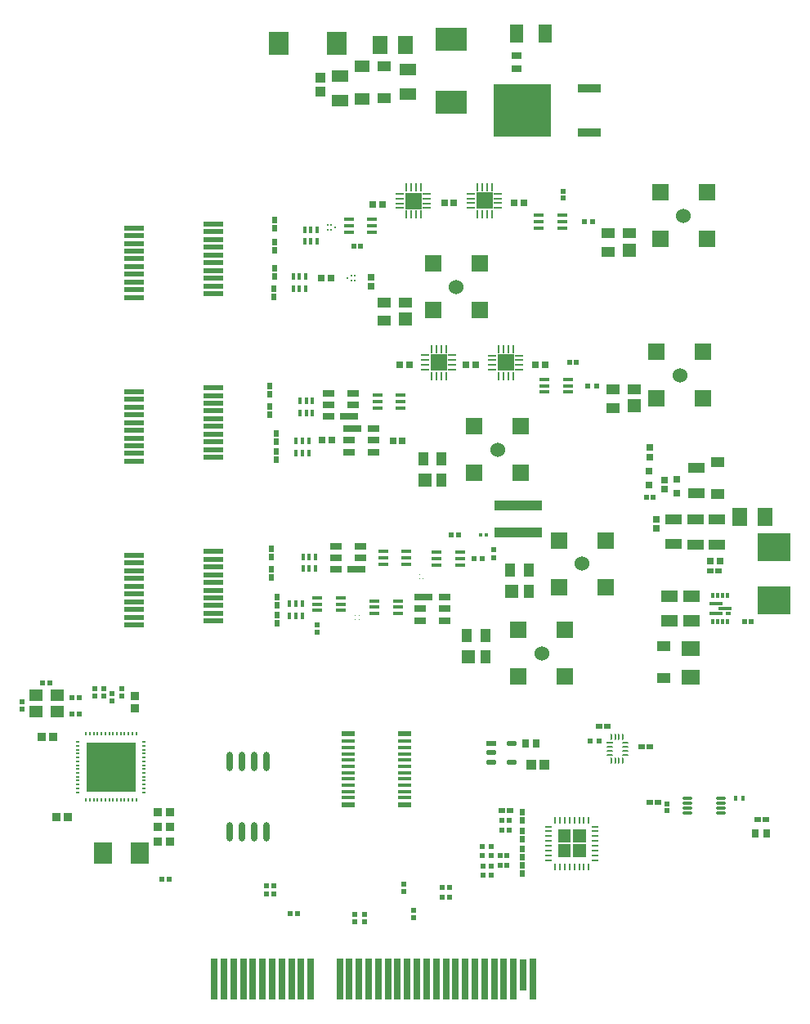
<source format=gtp>
G04*
G04 #@! TF.GenerationSoftware,Altium Limited,Altium Designer,24.4.1 (13)*
G04*
G04 Layer_Color=8421504*
%FSLAX44Y44*%
%MOMM*%
G71*
G04*
G04 #@! TF.SameCoordinates,C8449213-8EB4-48FE-A7C1-A76CF94B410D*
G04*
G04*
G04 #@! TF.FilePolarity,Positive*
G04*
G01*
G75*
%ADD14C,0.1250*%
%ADD15R,1.9558X0.7112*%
%ADD16R,1.1684X0.6858*%
%ADD17R,0.3556X0.7112*%
%ADD18O,0.5000X0.2000*%
%ADD19R,5.2000X5.2000*%
%ADD20O,0.2000X0.5000*%
%ADD21R,2.0000X0.5000*%
%ADD22R,1.3500X0.6000*%
%ADD23R,1.3500X0.4000*%
%ADD24R,0.2011X0.2773*%
%ADD25R,0.6000X0.6500*%
%ADD26R,0.6500X0.6000*%
%ADD27R,1.9062X1.5046*%
%ADD28R,1.7062X1.1046*%
%ADD29R,0.6725X0.7154*%
%ADD30R,0.5811X0.5121*%
%ADD31R,0.7000X0.7000*%
%ADD32R,1.7062X1.1546*%
%ADD33R,0.3500X0.6000*%
%ADD34R,1.4000X0.3500*%
%ADD35R,0.6000X0.3500*%
%ADD36R,1.5000X1.8500*%
%ADD37R,0.7000X0.6500*%
%ADD38R,1.3500X1.1000*%
%ADD39R,0.6725X0.7393*%
%ADD40R,0.8000X0.8000*%
%ADD41R,0.6725X0.6682*%
%ADD42R,3.5000X3.0000*%
%ADD43R,1.7780X1.7780*%
%ADD44C,1.5240*%
%ADD45R,0.6153X0.5725*%
%ADD46R,1.4000X1.0000*%
%ADD47R,1.4000X1.4000*%
%ADD48R,1.0500X0.4500*%
%ADD49R,0.7600X0.7200*%
%ADD50R,0.2540X0.8128*%
%ADD51R,0.8128X0.2540*%
%ADD52R,1.0000X1.4000*%
%ADD53R,1.4000X1.4000*%
%ADD54R,0.5121X0.5811*%
%ADD55R,0.7200X0.7600*%
%ADD56R,4.9000X1.1000*%
%ADD57R,0.5725X0.6153*%
%ADD58R,0.4541X0.3627*%
G04:AMPARAMS|DCode=59|XSize=0.2mm|YSize=0.6mm|CornerRadius=0.05mm|HoleSize=0mm|Usage=FLASHONLY|Rotation=0.000|XOffset=0mm|YOffset=0mm|HoleType=Round|Shape=RoundedRectangle|*
%AMROUNDEDRECTD59*
21,1,0.2000,0.5000,0,0,0.0*
21,1,0.1000,0.6000,0,0,0.0*
1,1,0.1000,0.0500,-0.2500*
1,1,0.1000,-0.0500,-0.2500*
1,1,0.1000,-0.0500,0.2500*
1,1,0.1000,0.0500,0.2500*
%
%ADD59ROUNDEDRECTD59*%
G04:AMPARAMS|DCode=60|XSize=0.2mm|YSize=0.6mm|CornerRadius=0.05mm|HoleSize=0mm|Usage=FLASHONLY|Rotation=90.000|XOffset=0mm|YOffset=0mm|HoleType=Round|Shape=RoundedRectangle|*
%AMROUNDEDRECTD60*
21,1,0.2000,0.5000,0,0,90.0*
21,1,0.1000,0.6000,0,0,90.0*
1,1,0.1000,0.2500,0.0500*
1,1,0.1000,0.2500,-0.0500*
1,1,0.1000,-0.2500,-0.0500*
1,1,0.1000,-0.2500,0.0500*
%
%ADD60ROUNDEDRECTD60*%
G04:AMPARAMS|DCode=61|XSize=0.2mm|YSize=0.7mm|CornerRadius=0.05mm|HoleSize=0mm|Usage=FLASHONLY|Rotation=90.000|XOffset=0mm|YOffset=0mm|HoleType=Round|Shape=RoundedRectangle|*
%AMROUNDEDRECTD61*
21,1,0.2000,0.6000,0,0,90.0*
21,1,0.1000,0.7000,0,0,90.0*
1,1,0.1000,0.3000,0.0500*
1,1,0.1000,0.3000,-0.0500*
1,1,0.1000,-0.3000,-0.0500*
1,1,0.1000,-0.3000,0.0500*
%
%ADD61ROUNDEDRECTD61*%
%ADD62R,0.5500X0.5500*%
%ADD63R,1.9900X2.3300*%
%ADD64R,0.7112X4.1910*%
%ADD65O,0.7000X2.0000*%
%ADD66R,0.9051X0.9062*%
%ADD67R,0.5500X0.5000*%
%ADD68R,0.5000X0.5500*%
%ADD69R,1.4000X1.2000*%
%ADD70R,0.5200X0.5200*%
%ADD71R,0.5200X0.5200*%
%ADD72R,0.9062X0.9051*%
%ADD73R,1.8545X2.2860*%
G04:AMPARAMS|DCode=74|XSize=0.3mm|YSize=1mm|CornerRadius=0.0495mm|HoleSize=0mm|Usage=FLASHONLY|Rotation=90.000|XOffset=0mm|YOffset=0mm|HoleType=Round|Shape=RoundedRectangle|*
%AMROUNDEDRECTD74*
21,1,0.3000,0.9010,0,0,90.0*
21,1,0.2010,1.0000,0,0,90.0*
1,1,0.0990,0.4505,0.1005*
1,1,0.0990,0.4505,-0.1005*
1,1,0.0990,-0.4505,-0.1005*
1,1,0.0990,-0.4505,0.1005*
%
%ADD74ROUNDEDRECTD74*%
%ADD75R,0.7500X0.9000*%
%ADD76R,0.4000X0.5000*%
%ADD77R,2.4892X0.9398*%
%ADD78R,5.9182X5.5118*%
%ADD79R,0.5500X0.5500*%
%ADD80R,1.0383X0.5321*%
G04:AMPARAMS|DCode=81|XSize=1.0383mm|YSize=0.5321mm|CornerRadius=0.2661mm|HoleSize=0mm|Usage=FLASHONLY|Rotation=0.000|XOffset=0mm|YOffset=0mm|HoleType=Round|Shape=RoundedRectangle|*
%AMROUNDEDRECTD81*
21,1,1.0383,0.0000,0,0,0.0*
21,1,0.5061,0.5321,0,0,0.0*
1,1,0.5321,0.2531,0.0000*
1,1,0.5321,-0.2531,0.0000*
1,1,0.5321,-0.2531,0.0000*
1,1,0.5321,0.2531,0.0000*
%
%ADD81ROUNDEDRECTD81*%
G04:AMPARAMS|DCode=82|XSize=0.24mm|YSize=0.6mm|CornerRadius=0.0504mm|HoleSize=0mm|Usage=FLASHONLY|Rotation=0.000|XOffset=0mm|YOffset=0mm|HoleType=Round|Shape=RoundedRectangle|*
%AMROUNDEDRECTD82*
21,1,0.2400,0.4992,0,0,0.0*
21,1,0.1392,0.6000,0,0,0.0*
1,1,0.1008,0.0696,-0.2496*
1,1,0.1008,-0.0696,-0.2496*
1,1,0.1008,-0.0696,0.2496*
1,1,0.1008,0.0696,0.2496*
%
%ADD82ROUNDEDRECTD82*%
G04:AMPARAMS|DCode=83|XSize=0.6mm|YSize=0.24mm|CornerRadius=0.0504mm|HoleSize=0mm|Usage=FLASHONLY|Rotation=0.000|XOffset=0mm|YOffset=0mm|HoleType=Round|Shape=RoundedRectangle|*
%AMROUNDEDRECTD83*
21,1,0.6000,0.1392,0,0,0.0*
21,1,0.4992,0.2400,0,0,0.0*
1,1,0.1008,0.2496,-0.0696*
1,1,0.1008,-0.2496,-0.0696*
1,1,0.1008,-0.2496,0.0696*
1,1,0.1008,0.2496,0.0696*
%
%ADD83ROUNDEDRECTD83*%
%ADD84R,1.6000X1.2500*%
%ADD85R,3.3000X2.4000*%
%ADD86R,1.4500X1.9000*%
%ADD87R,1.0000X0.7200*%
%ADD88R,1.1000X1.0500*%
%ADD89R,0.7500X0.8500*%
%ADD90R,1.0500X1.1000*%
%ADD91R,0.7112X3.2004*%
G36*
X807460Y162115D02*
Y174615D01*
Y174715D01*
X807537Y174899D01*
X807677Y175039D01*
X807861Y175115D01*
X807961D01*
D01*
X820461D01*
X820560D01*
X820744Y175039D01*
X820884Y174899D01*
X820960Y174715D01*
Y174615D01*
D01*
Y162115D01*
Y162016D01*
X820884Y161832D01*
X820744Y161691D01*
X820560Y161616D01*
X820461D01*
D01*
X807961D01*
X807861D01*
X807677Y161691D01*
X807537Y161832D01*
X807460Y162016D01*
Y162115D01*
D01*
D02*
G37*
G36*
X820960Y177615D02*
Y177516D01*
X820884Y177332D01*
X820744Y177192D01*
X820560Y177115D01*
X820461D01*
D01*
X807961D01*
X807861D01*
X807677Y177192D01*
X807537Y177332D01*
X807460Y177516D01*
Y177615D01*
D01*
Y190115D01*
Y190215D01*
X807537Y190399D01*
X807677Y190539D01*
X807861Y190615D01*
X807961D01*
D01*
X820461D01*
X820560D01*
X820744Y190539D01*
X820884Y190399D01*
X820960Y190215D01*
Y190115D01*
D01*
Y177615D01*
D02*
G37*
G36*
X823460Y161616D02*
X823361D01*
X823177Y161691D01*
X823037Y161832D01*
X822961Y162016D01*
Y162115D01*
D01*
Y174615D01*
Y174715D01*
X823037Y174899D01*
X823177Y175039D01*
X823361Y175115D01*
X823460D01*
D01*
X835960D01*
X836060D01*
X836244Y175039D01*
X836384Y174899D01*
X836460Y174715D01*
Y174615D01*
D01*
Y162115D01*
Y162016D01*
X836384Y161832D01*
X836244Y161691D01*
X836060Y161616D01*
X835960D01*
D01*
X823460D01*
D02*
G37*
G36*
X836460Y177615D02*
Y177516D01*
X836384Y177332D01*
X836244Y177192D01*
X836060Y177115D01*
X835960D01*
D01*
X823460D01*
X823361D01*
X823177Y177192D01*
X823037Y177332D01*
X822961Y177516D01*
Y177615D01*
D01*
Y190115D01*
Y190215D01*
X823037Y190399D01*
X823177Y190539D01*
X823361Y190615D01*
X823460D01*
D01*
X835960D01*
X836060D01*
X836244Y190539D01*
X836384Y190399D01*
X836460Y190215D01*
Y190115D01*
D01*
Y177615D01*
D02*
G37*
D14*
X668180Y458320D02*
G03*
X668180Y458320I-625J0D01*
G01*
Y454320D02*
G03*
X668180Y454320I-625J0D01*
G01*
Y450320D02*
G03*
X668180Y450320I-625J0D01*
G01*
X664181D02*
G03*
X664181Y450320I-625J0D01*
G01*
Y454320D02*
G03*
X664181Y454320I-625J0D01*
G01*
Y458320D02*
G03*
X664181Y458320I-625J0D01*
G01*
X597736Y404033D02*
G03*
X597736Y404033I-625J0D01*
G01*
Y408033D02*
G03*
X597736Y408033I-625J0D01*
G01*
Y412033D02*
G03*
X597736Y412033I-625J0D01*
G01*
X601736D02*
G03*
X601736Y412033I-625J0D01*
G01*
Y408033D02*
G03*
X601736Y408033I-625J0D01*
G01*
Y404033D02*
G03*
X601736Y404033I-625J0D01*
G01*
D15*
X591049Y618344D02*
D03*
X668303Y430932D02*
D03*
X594762Y605374D02*
D03*
X599111Y459640D02*
D03*
D16*
X594986Y630344D02*
D03*
Y642344D02*
D03*
X569586D02*
D03*
Y630344D02*
D03*
Y618344D02*
D03*
X689766Y430932D02*
D03*
Y418932D02*
D03*
Y406932D02*
D03*
X664366D02*
D03*
Y418932D02*
D03*
X616225Y605374D02*
D03*
Y593374D02*
D03*
Y581374D02*
D03*
X590825D02*
D03*
Y593374D02*
D03*
X577648Y459640D02*
D03*
Y471640D02*
D03*
Y483640D02*
D03*
X603048D02*
D03*
Y471640D02*
D03*
D17*
X558039Y799017D02*
D03*
X551539D02*
D03*
X545039D02*
D03*
Y811463D02*
D03*
X551539D02*
D03*
X558039D02*
D03*
X553209Y621538D02*
D03*
X546709D02*
D03*
X540209D02*
D03*
Y633984D02*
D03*
X546709D02*
D03*
X553209D02*
D03*
X556375Y460547D02*
D03*
X549875D02*
D03*
X543375D02*
D03*
Y472993D02*
D03*
X549875D02*
D03*
X556375D02*
D03*
X542418Y411589D02*
D03*
X535919D02*
D03*
X529419D02*
D03*
Y424035D02*
D03*
X535919D02*
D03*
X542418D02*
D03*
X546191Y750406D02*
D03*
X539692D02*
D03*
X533192D02*
D03*
Y762852D02*
D03*
X539692D02*
D03*
X546191D02*
D03*
X549347Y580228D02*
D03*
X542847D02*
D03*
X536347D02*
D03*
Y592674D02*
D03*
X542847D02*
D03*
X549347D02*
D03*
D18*
X378870Y281101D02*
D03*
Y277101D02*
D03*
Y229101D02*
D03*
Y233101D02*
D03*
Y237101D02*
D03*
Y241101D02*
D03*
Y245101D02*
D03*
Y249101D02*
D03*
Y253101D02*
D03*
Y257101D02*
D03*
Y261101D02*
D03*
Y265101D02*
D03*
Y269101D02*
D03*
Y273101D02*
D03*
X310370Y281101D02*
D03*
Y277101D02*
D03*
Y273101D02*
D03*
Y269101D02*
D03*
Y265101D02*
D03*
Y261101D02*
D03*
Y257101D02*
D03*
Y253101D02*
D03*
Y249101D02*
D03*
Y245101D02*
D03*
Y241101D02*
D03*
Y237101D02*
D03*
Y233101D02*
D03*
Y229101D02*
D03*
D19*
X344620Y255101D02*
D03*
D20*
X370620Y289351D02*
D03*
X366620D02*
D03*
X362620D02*
D03*
X358620D02*
D03*
X354620D02*
D03*
X350620D02*
D03*
X346620D02*
D03*
X342620D02*
D03*
X338620D02*
D03*
X334620D02*
D03*
X330620D02*
D03*
X326620D02*
D03*
X322620D02*
D03*
X318620D02*
D03*
Y220851D02*
D03*
X322620D02*
D03*
X326620D02*
D03*
X330620D02*
D03*
X334620D02*
D03*
X338620D02*
D03*
X342620D02*
D03*
X346620D02*
D03*
X350620D02*
D03*
X354620D02*
D03*
X358620D02*
D03*
X362620D02*
D03*
X366620D02*
D03*
X370620D02*
D03*
D21*
X368518Y571780D02*
D03*
Y579780D02*
D03*
Y587780D02*
D03*
Y595780D02*
D03*
Y603780D02*
D03*
Y611780D02*
D03*
Y619780D02*
D03*
Y627780D02*
D03*
Y635780D02*
D03*
Y643780D02*
D03*
X450518Y575780D02*
D03*
Y583780D02*
D03*
Y591780D02*
D03*
Y599780D02*
D03*
Y607780D02*
D03*
Y615780D02*
D03*
Y623780D02*
D03*
Y631780D02*
D03*
Y639780D02*
D03*
Y647780D02*
D03*
X368518Y741240D02*
D03*
Y749240D02*
D03*
Y757240D02*
D03*
Y765240D02*
D03*
Y773240D02*
D03*
Y781240D02*
D03*
Y789240D02*
D03*
Y797240D02*
D03*
Y805240D02*
D03*
Y813240D02*
D03*
X450518Y745240D02*
D03*
Y753240D02*
D03*
Y761240D02*
D03*
Y769240D02*
D03*
Y777240D02*
D03*
Y785240D02*
D03*
Y793240D02*
D03*
Y801240D02*
D03*
Y809240D02*
D03*
Y817240D02*
D03*
Y478320D02*
D03*
Y470320D02*
D03*
Y462320D02*
D03*
Y454320D02*
D03*
Y446320D02*
D03*
Y438320D02*
D03*
Y430320D02*
D03*
Y422320D02*
D03*
Y414320D02*
D03*
Y406320D02*
D03*
X368518Y474320D02*
D03*
Y466320D02*
D03*
Y458320D02*
D03*
Y450320D02*
D03*
Y442320D02*
D03*
Y434320D02*
D03*
Y426320D02*
D03*
Y418320D02*
D03*
Y410320D02*
D03*
Y402320D02*
D03*
D22*
X589984Y289412D02*
D03*
Y215912D02*
D03*
X648483D02*
D03*
Y289412D02*
D03*
D23*
X589984Y281912D02*
D03*
Y275412D02*
D03*
Y268912D02*
D03*
Y262412D02*
D03*
Y255912D02*
D03*
Y249412D02*
D03*
Y242912D02*
D03*
Y236412D02*
D03*
Y229912D02*
D03*
Y223412D02*
D03*
X648483D02*
D03*
Y229912D02*
D03*
Y236412D02*
D03*
Y242912D02*
D03*
Y249412D02*
D03*
Y255912D02*
D03*
Y262412D02*
D03*
Y268912D02*
D03*
Y275412D02*
D03*
Y281912D02*
D03*
D24*
X589409Y761160D02*
D03*
X593259Y758660D02*
D03*
Y763660D02*
D03*
X597109Y758660D02*
D03*
Y763660D02*
D03*
X576604Y814013D02*
D03*
X572754Y816513D02*
D03*
Y811513D02*
D03*
X568904Y816513D02*
D03*
Y811513D02*
D03*
D25*
X513795Y798990D02*
D03*
Y790490D02*
D03*
Y812990D02*
D03*
Y821490D02*
D03*
X509040Y628787D02*
D03*
Y620287D02*
D03*
Y641365D02*
D03*
Y649865D02*
D03*
X510836Y460304D02*
D03*
Y451804D02*
D03*
Y472766D02*
D03*
Y481266D02*
D03*
X513795Y762913D02*
D03*
Y771413D02*
D03*
X513442Y750729D02*
D03*
Y742229D02*
D03*
X516472Y404247D02*
D03*
Y412747D02*
D03*
X516636Y422988D02*
D03*
Y431488D02*
D03*
X515669Y581850D02*
D03*
Y573350D02*
D03*
X515464Y592302D02*
D03*
Y600802D02*
D03*
X770554Y145013D02*
D03*
Y153513D02*
D03*
Y170719D02*
D03*
Y162219D02*
D03*
X770493Y180565D02*
D03*
Y189065D02*
D03*
Y208262D02*
D03*
Y199762D02*
D03*
D26*
X902759Y218480D02*
D03*
X911260D02*
D03*
X965397Y458000D02*
D03*
X973897D02*
D03*
X858357Y297774D02*
D03*
X849857D02*
D03*
X894318Y276025D02*
D03*
X902818D02*
D03*
X1014205Y200762D02*
D03*
X1022706D02*
D03*
X757670Y209897D02*
D03*
X749170D02*
D03*
D27*
X944883Y378141D02*
D03*
Y348125D02*
D03*
D28*
X951133Y538971D02*
D03*
Y564986D02*
D03*
X927212Y485755D02*
D03*
Y511770D02*
D03*
X972432Y485458D02*
D03*
Y511474D02*
D03*
X950038Y485458D02*
D03*
Y511474D02*
D03*
D29*
X917615Y552069D02*
D03*
Y542498D02*
D03*
D30*
X899080Y534574D02*
D03*
X906390D02*
D03*
X1007789Y405909D02*
D03*
X1000478D02*
D03*
X595906Y794337D02*
D03*
X603217D02*
D03*
X826592Y673966D02*
D03*
X819281D02*
D03*
X697078Y495466D02*
D03*
X704389D02*
D03*
X687814Y120458D02*
D03*
X695125D02*
D03*
X687814Y130342D02*
D03*
X695125D02*
D03*
X749437Y199715D02*
D03*
X756748D02*
D03*
X749437Y190009D02*
D03*
X756748D02*
D03*
X747477Y163615D02*
D03*
X754788D02*
D03*
X747477Y153513D02*
D03*
X754788D02*
D03*
D31*
X930832Y553074D02*
D03*
Y539074D02*
D03*
D32*
X923133Y406807D02*
D03*
Y432323D02*
D03*
X946133Y406696D02*
D03*
Y432212D02*
D03*
X581516Y944756D02*
D03*
Y970272D02*
D03*
X652189Y951720D02*
D03*
Y977236D02*
D03*
D33*
X968175Y405954D02*
D03*
X973175D02*
D03*
X978175D02*
D03*
X983175D02*
D03*
Y432954D02*
D03*
X978175D02*
D03*
X973175D02*
D03*
X968175D02*
D03*
D34*
X971175Y424454D02*
D03*
Y414454D02*
D03*
X980175Y419454D02*
D03*
D35*
X984175Y414454D02*
D03*
D36*
X995883Y513909D02*
D03*
X1022383D02*
D03*
X649773Y1002663D02*
D03*
X623273D02*
D03*
D37*
X975164Y468624D02*
D03*
X965664D02*
D03*
D38*
X917010Y380290D02*
D03*
Y347290D02*
D03*
X973175Y537882D02*
D03*
Y570883D02*
D03*
X627578Y947978D02*
D03*
Y980978D02*
D03*
D39*
X909283Y511981D02*
D03*
Y502649D02*
D03*
D40*
X901985Y546882D02*
D03*
Y561883D02*
D03*
D41*
X902735Y585852D02*
D03*
Y575809D02*
D03*
D42*
X1031134Y427409D02*
D03*
Y482409D02*
D03*
D43*
X957982Y636578D02*
D03*
X909722D02*
D03*
X957982Y684838D02*
D03*
X909722D02*
D03*
X683947Y673966D02*
D03*
X753623Y673773D02*
D03*
X731386Y841349D02*
D03*
X657910Y841249D02*
D03*
X769261Y559424D02*
D03*
X721001D02*
D03*
X769261Y607684D02*
D03*
X721001D02*
D03*
X814655Y348774D02*
D03*
X766395D02*
D03*
X814655Y397034D02*
D03*
X766395D02*
D03*
X856887Y441320D02*
D03*
X808627D02*
D03*
X856887Y489580D02*
D03*
X808627D02*
D03*
X961747Y801681D02*
D03*
X913487D02*
D03*
X961747Y849941D02*
D03*
X913487D02*
D03*
X726179Y728019D02*
D03*
X677919D02*
D03*
X726179Y776279D02*
D03*
X677919D02*
D03*
D44*
X933852Y660708D02*
D03*
X745131Y583554D02*
D03*
X790525Y372904D02*
D03*
X832757Y465449D02*
D03*
X937617Y825811D02*
D03*
X702049Y752149D02*
D03*
D45*
X838706Y649956D02*
D03*
X847278D02*
D03*
X834716Y819787D02*
D03*
X843287D02*
D03*
X729048Y470883D02*
D03*
X720476D02*
D03*
D46*
X864616Y627086D02*
D03*
Y646086D02*
D03*
X886616D02*
D03*
X881121Y807500D02*
D03*
X859121D02*
D03*
Y788500D02*
D03*
X649328Y736240D02*
D03*
X627328D02*
D03*
Y717240D02*
D03*
D47*
X886616Y629086D02*
D03*
X881121Y790500D02*
D03*
X649328Y719240D02*
D03*
D48*
X817686Y656456D02*
D03*
Y649956D02*
D03*
Y643456D02*
D03*
X793686D02*
D03*
Y649956D02*
D03*
Y656456D02*
D03*
X591123Y809036D02*
D03*
Y815536D02*
D03*
Y822037D02*
D03*
X615123D02*
D03*
Y815536D02*
D03*
Y809036D02*
D03*
X811821Y826286D02*
D03*
Y819787D02*
D03*
Y813287D02*
D03*
X787821D02*
D03*
Y819787D02*
D03*
Y826286D02*
D03*
X620391Y627047D02*
D03*
Y633547D02*
D03*
Y640047D02*
D03*
X644391D02*
D03*
Y633547D02*
D03*
Y627047D02*
D03*
X626679Y465140D02*
D03*
Y471640D02*
D03*
Y478140D02*
D03*
X650679D02*
D03*
Y471640D02*
D03*
Y465140D02*
D03*
X705983Y477541D02*
D03*
Y471041D02*
D03*
Y464541D02*
D03*
X681983D02*
D03*
Y471041D02*
D03*
Y477541D02*
D03*
X558459Y417249D02*
D03*
Y423750D02*
D03*
Y430249D02*
D03*
X582459D02*
D03*
Y423750D02*
D03*
Y417249D02*
D03*
X641600Y427149D02*
D03*
Y420649D02*
D03*
Y414149D02*
D03*
X617601D02*
D03*
Y420649D02*
D03*
Y427149D02*
D03*
D49*
X712514Y671169D02*
D03*
X722314D02*
D03*
X643711Y671466D02*
D03*
X653511D02*
D03*
X784223Y671169D02*
D03*
X794023D02*
D03*
X762428Y838942D02*
D03*
X772228D02*
D03*
X689867Y838888D02*
D03*
X699667D02*
D03*
X615745Y837649D02*
D03*
X625545D02*
D03*
X572341Y761359D02*
D03*
X562541D02*
D03*
X646515Y593044D02*
D03*
X636715D02*
D03*
X573037Y593374D02*
D03*
X563237D02*
D03*
D50*
X691447Y659996D02*
D03*
X686447D02*
D03*
X681447D02*
D03*
X676447D02*
D03*
Y687936D02*
D03*
X681447D02*
D03*
X686447D02*
D03*
X691447D02*
D03*
X761123Y659803D02*
D03*
X756123D02*
D03*
X751123D02*
D03*
X746123D02*
D03*
Y687743D02*
D03*
X751123D02*
D03*
X756123D02*
D03*
X761123D02*
D03*
X738886Y827379D02*
D03*
X733886D02*
D03*
X728886D02*
D03*
X723886D02*
D03*
Y855319D02*
D03*
X728886D02*
D03*
X733886D02*
D03*
X738886D02*
D03*
X665410Y827279D02*
D03*
X660410D02*
D03*
X655410D02*
D03*
X650410D02*
D03*
Y855219D02*
D03*
X655410D02*
D03*
X660410D02*
D03*
X665410D02*
D03*
D51*
X669977Y666466D02*
D03*
Y671466D02*
D03*
Y676466D02*
D03*
Y681466D02*
D03*
X697916D02*
D03*
Y676466D02*
D03*
Y671466D02*
D03*
Y666466D02*
D03*
X739653Y666273D02*
D03*
Y671273D02*
D03*
Y676273D02*
D03*
Y681273D02*
D03*
X767593D02*
D03*
Y676273D02*
D03*
Y671273D02*
D03*
Y666273D02*
D03*
X717416Y833849D02*
D03*
Y838849D02*
D03*
Y843849D02*
D03*
Y848849D02*
D03*
X745356D02*
D03*
Y843849D02*
D03*
Y838849D02*
D03*
Y833849D02*
D03*
X643940Y833749D02*
D03*
Y838749D02*
D03*
Y843749D02*
D03*
Y848749D02*
D03*
X671880D02*
D03*
Y843749D02*
D03*
Y838749D02*
D03*
Y833749D02*
D03*
D52*
X757993Y459251D02*
D03*
X776993D02*
D03*
Y437251D02*
D03*
X732124Y369267D02*
D03*
Y391267D02*
D03*
X713124D02*
D03*
X686809Y551830D02*
D03*
Y573830D02*
D03*
X667809D02*
D03*
D53*
X759993Y437251D02*
D03*
X715124Y369267D02*
D03*
X669809Y551830D02*
D03*
D54*
X812978Y851235D02*
D03*
Y843924D02*
D03*
X558016Y402225D02*
D03*
Y394915D02*
D03*
D55*
X613761Y752749D02*
D03*
Y762549D02*
D03*
D56*
X766000Y526000D02*
D03*
Y498000D02*
D03*
D57*
X741140Y471956D02*
D03*
Y480527D02*
D03*
D58*
X727340Y495466D02*
D03*
X733426D02*
D03*
D59*
X862853Y286025D02*
D03*
X866853D02*
D03*
X870854D02*
D03*
X874854D02*
D03*
Y262025D02*
D03*
X870854D02*
D03*
X866853D02*
D03*
X862853D02*
D03*
D60*
X876853Y280025D02*
D03*
Y276025D02*
D03*
Y272025D02*
D03*
Y268025D02*
D03*
X860854D02*
D03*
Y272025D02*
D03*
Y276025D02*
D03*
D61*
X861354Y280025D02*
D03*
D62*
X841063Y281718D02*
D03*
X850063D02*
D03*
D63*
X578058Y1004366D02*
D03*
X517858D02*
D03*
D64*
X451460Y35376D02*
D03*
X461460D02*
D03*
X471460D02*
D03*
X481460D02*
D03*
X491460D02*
D03*
X501460D02*
D03*
X511460D02*
D03*
X521460D02*
D03*
X531460D02*
D03*
X541460D02*
D03*
X551460D02*
D03*
X581460D02*
D03*
X591460D02*
D03*
X601460D02*
D03*
X611460D02*
D03*
X621460D02*
D03*
X631460D02*
D03*
X641460D02*
D03*
X651460D02*
D03*
X661459D02*
D03*
X671459D02*
D03*
X681459D02*
D03*
X691459D02*
D03*
X701459D02*
D03*
X711459D02*
D03*
X721459D02*
D03*
X731459D02*
D03*
X741459D02*
D03*
X751459D02*
D03*
X761459D02*
D03*
X781459D02*
D03*
D65*
X467802Y188088D02*
D03*
X480502D02*
D03*
X493202D02*
D03*
X505902D02*
D03*
X467802Y260588D02*
D03*
X480502D02*
D03*
X493202D02*
D03*
X505902D02*
D03*
D66*
X393392Y177787D02*
D03*
X405404D02*
D03*
X393392Y193160D02*
D03*
X405404D02*
D03*
X393392Y208180D02*
D03*
X405404D02*
D03*
X299683Y203649D02*
D03*
X287672D02*
D03*
X285017Y286631D02*
D03*
X273006D02*
D03*
D67*
X397129Y139232D02*
D03*
X404629D02*
D03*
X311620Y310479D02*
D03*
X304120D02*
D03*
X311620Y327185D02*
D03*
X304120D02*
D03*
X537905Y103586D02*
D03*
X530405D02*
D03*
X505905Y132412D02*
D03*
X513405D02*
D03*
Y123659D02*
D03*
X505905D02*
D03*
D68*
X355304Y328561D02*
D03*
Y336061D02*
D03*
X345913Y323435D02*
D03*
Y330935D02*
D03*
X328104Y328561D02*
D03*
Y336061D02*
D03*
X337243Y328561D02*
D03*
Y336060D02*
D03*
X920027Y217322D02*
D03*
Y209822D02*
D03*
X607568Y102573D02*
D03*
X597189D02*
D03*
Y95073D02*
D03*
X648172Y133662D02*
D03*
Y126162D02*
D03*
X657904Y106441D02*
D03*
Y98941D02*
D03*
X607568Y95073D02*
D03*
D69*
X266499Y312185D02*
D03*
X288499D02*
D03*
Y329185D02*
D03*
X266499D02*
D03*
D70*
X252150Y323130D02*
D03*
Y315131D02*
D03*
D71*
X273611Y342512D02*
D03*
X281611D02*
D03*
D72*
X369347Y316327D02*
D03*
Y328338D02*
D03*
D73*
X374250Y166357D02*
D03*
X336405D02*
D03*
D74*
X975966Y208007D02*
D03*
Y213007D02*
D03*
Y218007D02*
D03*
Y223007D02*
D03*
X941966Y208007D02*
D03*
Y213007D02*
D03*
Y218007D02*
D03*
Y223007D02*
D03*
D75*
X1024000Y186850D02*
D03*
X1012000D02*
D03*
D76*
X991588Y222720D02*
D03*
X999588D02*
D03*
D77*
X840008Y912087D02*
D03*
Y957807D02*
D03*
D78*
X770793Y934947D02*
D03*
D79*
X729471Y163895D02*
D03*
Y172895D02*
D03*
X730344Y152646D02*
D03*
Y143645D02*
D03*
X738490Y143645D02*
D03*
Y152646D02*
D03*
X738199Y172837D02*
D03*
Y163837D02*
D03*
D80*
X738187Y279485D02*
D03*
D81*
Y269986D02*
D03*
Y260486D02*
D03*
X759511D02*
D03*
Y279485D02*
D03*
D82*
X804461Y200115D02*
D03*
X809461D02*
D03*
X814461D02*
D03*
X819461D02*
D03*
X824461D02*
D03*
X829461D02*
D03*
X834461D02*
D03*
X839461D02*
D03*
Y152115D02*
D03*
X834461D02*
D03*
X829461D02*
D03*
X824461D02*
D03*
X819461D02*
D03*
X814461D02*
D03*
X809461D02*
D03*
X804461D02*
D03*
D83*
X845960Y193615D02*
D03*
Y188615D02*
D03*
Y183615D02*
D03*
Y178615D02*
D03*
Y173615D02*
D03*
Y168615D02*
D03*
Y163615D02*
D03*
Y158616D02*
D03*
X797961D02*
D03*
Y163615D02*
D03*
Y168615D02*
D03*
Y173615D02*
D03*
Y178615D02*
D03*
Y183615D02*
D03*
Y188615D02*
D03*
Y193615D02*
D03*
D84*
X604822Y980478D02*
D03*
Y946478D02*
D03*
D85*
X696970Y942986D02*
D03*
Y1008986D02*
D03*
D86*
X794446Y1014447D02*
D03*
X764946D02*
D03*
D87*
X764446Y991756D02*
D03*
Y977956D02*
D03*
D88*
X561802Y968593D02*
D03*
Y954593D02*
D03*
D89*
X773754Y279706D02*
D03*
X785254D02*
D03*
D90*
X779689Y257825D02*
D03*
X793689D02*
D03*
D91*
X771459Y40329D02*
D03*
M02*

</source>
